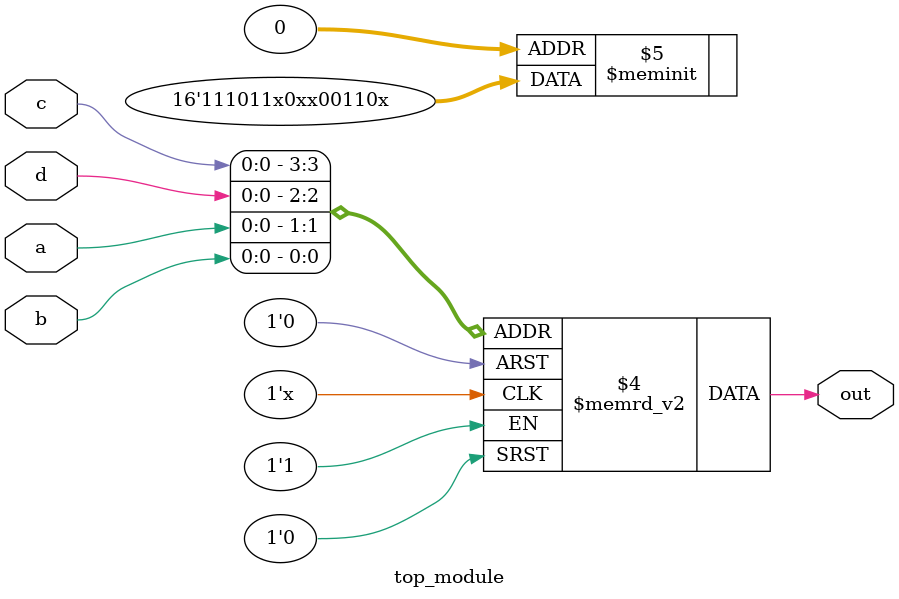
<source format=sv>
module top_module (
    input a, 
    input b,
    input c,
    input d,
    output reg out
);

always @(*) begin
    case ({c, d, a, b})
        4'b0001: out = 1'b0; // 00 01
        4'b0010: out = 1'b1; // 00 10
        4'b0011: out = 1'b1; // 00 11
        4'b0100: out = 1'b0; // 01 00
        4'b0101: out = 1'b0; // 01 01
        4'b1000: out = 1'b0; // 11 00
        4'b1010: out = 1'b1; // 11 10
        4'b1011: out = 1'b1; // 11 11
        4'b1100: out = 1'b0; // 10 00
        4'b1101: out = 1'b1; // 10 01
        4'b1110: out = 1'b1; // 10 10
        4'b1111: out = 1'b1; // 10 11
        default: out = 1'bx; // don't-care conditions
    endcase
end

endmodule

</source>
